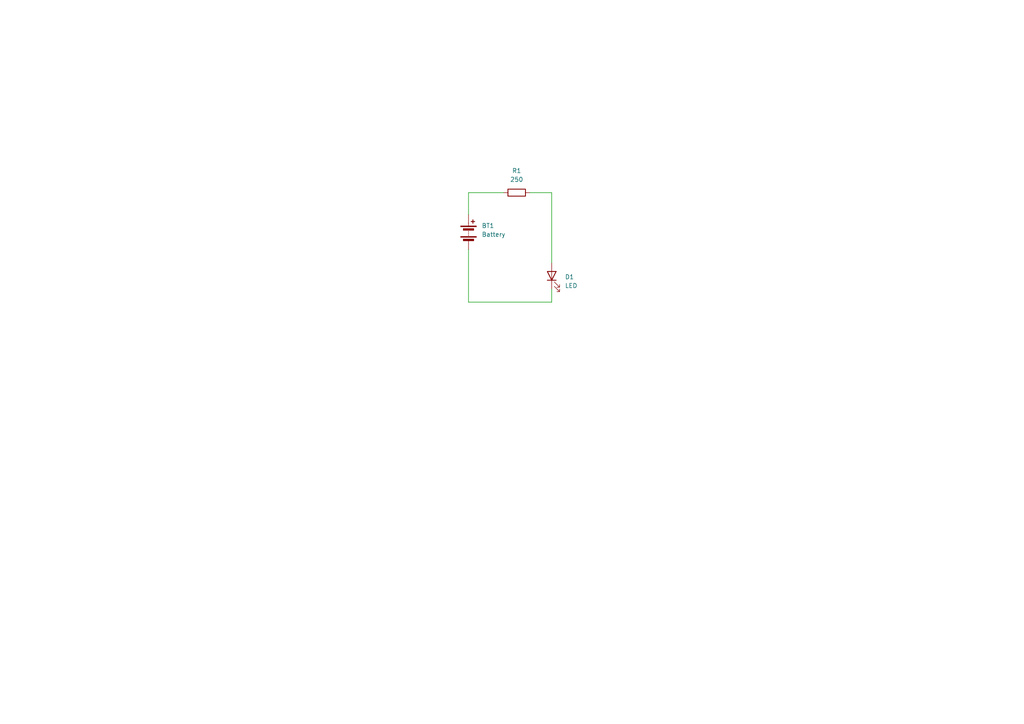
<source format=kicad_sch>
(kicad_sch (version 20250114) (generator "eeschema") (generator_version "9.0")
  (paper "A4")
  (lib_symbols
    (symbol "Device:Battery" (pin_numbers (hide yes)) (pin_names (offset 0) (hide yes))
      (property "Reference" "BT" (at 2.54 2.54 0))
      (property "Value" "Battery" (at 2.54 0 0))
      (symbol "Battery_0_1"
        (rectangle (start -2.286 1.778) (end 2.286 1.524) (fill (type outline)))
        (rectangle (start -2.286 -1.27) (end 2.286 -1.524) (fill (type outline)))
        (rectangle (start -1.524 1.016) (end 1.524 0.508) (fill (type outline)))
        (rectangle (start -1.524 -2.032) (end 1.524 -2.54) (fill (type outline)))
        (polyline (pts (xy 0 1.778) (xy 0 2.54)))
        (polyline (pts (xy 0 0) (xy 0 0.254)))
        (polyline (pts (xy 0 -0.508) (xy 0 -0.254)))
        (polyline (pts (xy 0 -1.016) (xy 0 -0.762)))
        (polyline (pts (xy 0.762 3.048) (xy 1.778 3.048)) (stroke (width 0.254)))
        (polyline (pts (xy 1.27 3.556) (xy 1.27 2.54)) (stroke (width 0.254)))
      )
      (symbol "Battery_1_1"
        (pin passive line (at 0 5.08 270) (length 2.54) (name "+") (number "1"))
        (pin passive line (at 0 -5.08 90) (length 2.54) (name "-") (number "2"))
      )
    )
    (symbol "Device:LED" (pin_numbers (hide yes)) (pin_names (offset 1.016) (hide yes))
      (property "Reference" "D" (at 0 2.54 0))
      (property "Value" "LED" (at 0 -2.54 0))
      (symbol "LED_0_1"
        (polyline (pts (xy -3.048 -0.762) (xy -4.572 -2.286) (xy -3.81 -2.286) (xy -4.572 -2.286) (xy -4.572 -1.524)))
        (polyline (pts (xy -1.778 -0.762) (xy -3.302 -2.286) (xy -2.54 -2.286) (xy -3.302 -2.286) (xy -3.302 -1.524)))
        (polyline (pts (xy -1.27 0) (xy 1.27 0)))
        (polyline (pts (xy -1.27 -1.27) (xy -1.27 1.27)) (stroke (width 0.254)))
        (polyline (pts (xy 1.27 -1.27) (xy 1.27 1.27) (xy -1.27 0) (xy 1.27 -1.27)) (stroke (width 0.254)))
      )
      (symbol "LED_1_1"
        (pin passive line (at -3.81 0 0) (length 2.54) (name "K") (number "1"))
        (pin passive line (at 3.81 0 180) (length 2.54) (name "A") (number "2"))
      )
    )
    (symbol "Device:R" (pin_numbers (hide yes)) (pin_names (offset 0))
      (property "Reference" "R" (at 2.032 0 90))
      (property "Value" "R" (at 0 0 90))
      (symbol "R_0_1"
        (rectangle (start -1.016 -2.54) (end 1.016 2.54) (stroke (width 0.254)))
      )
      (symbol "R_1_1"
        (pin passive line (at 0 3.81 270) (length 1.27) (name "~") (number "1"))
        (pin passive line (at 0 -3.81 90) (length 1.27) (name "~") (number "2"))
      )
    )
  )
  (wire (pts (xy 146.05 55.88) (xy 135.89 55.88)))
  (wire (pts (xy 135.89 87.63) (xy 160.02 87.63)))
  (wire (pts (xy 135.89 72.39) (xy 135.89 87.63)))
  (wire (pts (xy 135.89 55.88) (xy 135.89 62.23)))
  (wire (pts (xy 160.02 55.88) (xy 160.02 76.2)))
  (wire (pts (xy 160.02 83.82) (xy 160.02 87.63)))
  (wire (pts (xy 153.67 55.88) (xy 160.02 55.88)))
  (symbol (lib_id "Device:LED") (at 160.02 80.01 90) (unit 1)
    (property "Reference" "D1" (at 163.83 80.3274 90) (effects (justify right)))
    (property "Value" "LED" (at 163.83 82.8674 90) (effects (justify right)))
    (property "Footprint" "LED_THT:LED_D3.0mm" (effects (hide yes)))
    (property "Description" "Light emitting diode" (effects (hide yes)))
    (property "Sim.Pins" "1=K 2=A" (effects (hide yes)))
  )
  (symbol (lib_id "Device:Battery") (at 135.89 67.31 0) (unit 1)
    (property "Reference" "BT1" (at 139.7 65.4684 0) (effects (justify left)))
    (property "Value" "Battery" (at 139.7 68.0084 0) (effects (justify left)))
    (property "Footprint" "Battery:BatteryHolder_Keystone_3000_1x12mm" (effects (hide yes)))
    (property "Description" "Multiple-cell battery" (effects (hide yes)))
  )
  (symbol (lib_id "Device:R") (at 149.86 55.88 90) (unit 1)
    (property "Reference" "R1" (at 149.86 49.53 90))
    (property "Value" "250" (at 149.86 52.07 90))
    (property "Footprint" "Resistor_SMD:R_0603_1608Metric" (effects (hide yes)))
    (property "Description" "Resistor" (effects (hide yes)))
  )
)
</source>
